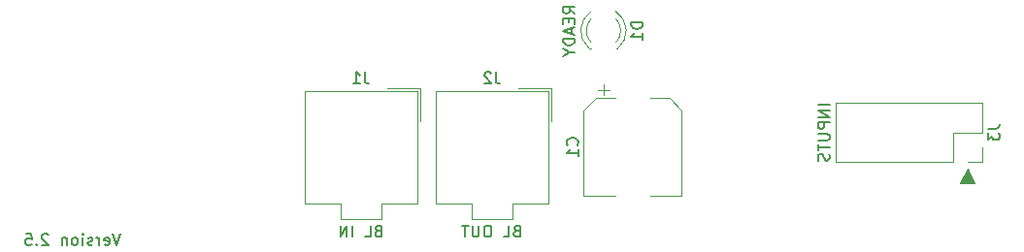
<source format=gbr>
G04 #@! TF.GenerationSoftware,KiCad,Pcbnew,(5.1.9)-1*
G04 #@! TF.CreationDate,2021-09-17T20:53:57-06:00*
G04 #@! TF.ProjectId,RWR_Control_Panel V2,5257525f-436f-46e7-9472-6f6c5f50616e,-*
G04 #@! TF.SameCoordinates,Original*
G04 #@! TF.FileFunction,Legend,Bot*
G04 #@! TF.FilePolarity,Positive*
%FSLAX46Y46*%
G04 Gerber Fmt 4.6, Leading zero omitted, Abs format (unit mm)*
G04 Created by KiCad (PCBNEW (5.1.9)-1) date 2021-09-17 20:53:57*
%MOMM*%
%LPD*%
G01*
G04 APERTURE LIST*
%ADD10C,0.100000*%
%ADD11C,0.150000*%
%ADD12C,0.120000*%
G04 APERTURE END LIST*
D10*
G36*
X211190608Y-117810561D02*
G01*
X209920608Y-117810561D01*
X210555608Y-116540561D01*
X211190608Y-117810561D01*
G37*
X211190608Y-117810561D02*
X209920608Y-117810561D01*
X210555608Y-116540561D01*
X211190608Y-117810561D01*
D11*
X136650156Y-122212315D02*
X136316822Y-123212315D01*
X135983489Y-122212315D01*
X135269203Y-123164696D02*
X135364441Y-123212315D01*
X135554918Y-123212315D01*
X135650156Y-123164696D01*
X135697775Y-123069458D01*
X135697775Y-122688506D01*
X135650156Y-122593268D01*
X135554918Y-122545649D01*
X135364441Y-122545649D01*
X135269203Y-122593268D01*
X135221584Y-122688506D01*
X135221584Y-122783744D01*
X135697775Y-122878982D01*
X134793013Y-123212315D02*
X134793013Y-122545649D01*
X134793013Y-122736125D02*
X134745394Y-122640887D01*
X134697775Y-122593268D01*
X134602537Y-122545649D01*
X134507299Y-122545649D01*
X134221584Y-123164696D02*
X134126346Y-123212315D01*
X133935870Y-123212315D01*
X133840632Y-123164696D01*
X133793013Y-123069458D01*
X133793013Y-123021839D01*
X133840632Y-122926601D01*
X133935870Y-122878982D01*
X134078727Y-122878982D01*
X134173965Y-122831363D01*
X134221584Y-122736125D01*
X134221584Y-122688506D01*
X134173965Y-122593268D01*
X134078727Y-122545649D01*
X133935870Y-122545649D01*
X133840632Y-122593268D01*
X133364441Y-123212315D02*
X133364441Y-122545649D01*
X133364441Y-122212315D02*
X133412060Y-122259935D01*
X133364441Y-122307554D01*
X133316822Y-122259935D01*
X133364441Y-122212315D01*
X133364441Y-122307554D01*
X132745394Y-123212315D02*
X132840632Y-123164696D01*
X132888251Y-123117077D01*
X132935870Y-123021839D01*
X132935870Y-122736125D01*
X132888251Y-122640887D01*
X132840632Y-122593268D01*
X132745394Y-122545649D01*
X132602537Y-122545649D01*
X132507299Y-122593268D01*
X132459680Y-122640887D01*
X132412060Y-122736125D01*
X132412060Y-123021839D01*
X132459680Y-123117077D01*
X132507299Y-123164696D01*
X132602537Y-123212315D01*
X132745394Y-123212315D01*
X131983489Y-122545649D02*
X131983489Y-123212315D01*
X131983489Y-122640887D02*
X131935870Y-122593268D01*
X131840632Y-122545649D01*
X131697775Y-122545649D01*
X131602537Y-122593268D01*
X131554918Y-122688506D01*
X131554918Y-123212315D01*
X130364441Y-122307554D02*
X130316822Y-122259935D01*
X130221584Y-122212315D01*
X129983489Y-122212315D01*
X129888251Y-122259935D01*
X129840632Y-122307554D01*
X129793013Y-122402792D01*
X129793013Y-122498030D01*
X129840632Y-122640887D01*
X130412060Y-123212315D01*
X129793013Y-123212315D01*
X129364441Y-123117077D02*
X129316822Y-123164696D01*
X129364441Y-123212315D01*
X129412060Y-123164696D01*
X129364441Y-123117077D01*
X129364441Y-123212315D01*
X128412060Y-122212315D02*
X128888251Y-122212315D01*
X128935870Y-122688506D01*
X128888251Y-122640887D01*
X128793013Y-122593268D01*
X128554918Y-122593268D01*
X128459680Y-122640887D01*
X128412060Y-122688506D01*
X128364441Y-122783744D01*
X128364441Y-123021839D01*
X128412060Y-123117077D01*
X128459680Y-123164696D01*
X128554918Y-123212315D01*
X128793013Y-123212315D01*
X128888251Y-123164696D01*
X128935870Y-123117077D01*
D12*
X199065608Y-115965561D02*
X199065608Y-110765561D01*
X209285608Y-115965561D02*
X199065608Y-115965561D01*
X211885608Y-110765561D02*
X199065608Y-110765561D01*
X209285608Y-115965561D02*
X209285608Y-113365561D01*
X209285608Y-113365561D02*
X211885608Y-113365561D01*
X211885608Y-113365561D02*
X211885608Y-110765561D01*
X210555608Y-115965561D02*
X211885608Y-115965561D01*
X211885608Y-115965561D02*
X211885608Y-114635561D01*
X169085608Y-109735561D02*
X173995608Y-109735561D01*
X173995608Y-109735561D02*
X173995608Y-119555561D01*
X173995608Y-119555561D02*
X170895608Y-119555561D01*
X170895608Y-119555561D02*
X170895608Y-120955561D01*
X170895608Y-120955561D02*
X169085608Y-120955561D01*
X169085608Y-109735561D02*
X164175608Y-109735561D01*
X164175608Y-109735561D02*
X164175608Y-119555561D01*
X164175608Y-119555561D02*
X167275608Y-119555561D01*
X167275608Y-119555561D02*
X167275608Y-120955561D01*
X167275608Y-120955561D02*
X169085608Y-120955561D01*
X171385608Y-109495561D02*
X174235608Y-109495561D01*
X174235608Y-109495561D02*
X174235608Y-112345561D01*
X157655608Y-109735561D02*
X162565608Y-109735561D01*
X162565608Y-109735561D02*
X162565608Y-119555561D01*
X162565608Y-119555561D02*
X159465608Y-119555561D01*
X159465608Y-119555561D02*
X159465608Y-120955561D01*
X159465608Y-120955561D02*
X157655608Y-120955561D01*
X157655608Y-109735561D02*
X152745608Y-109735561D01*
X152745608Y-109735561D02*
X152745608Y-119555561D01*
X152745608Y-119555561D02*
X155845608Y-119555561D01*
X155845608Y-119555561D02*
X155845608Y-120955561D01*
X155845608Y-120955561D02*
X157655608Y-120955561D01*
X159955608Y-109495561D02*
X162805608Y-109495561D01*
X162805608Y-109495561D02*
X162805608Y-112345561D01*
X177725771Y-103434431D02*
G75*
G03*
X177725608Y-105516522I1079837J-1041130D01*
G01*
X179885445Y-103434431D02*
G75*
G02*
X179885608Y-105516522I-1079837J-1041130D01*
G01*
X177727000Y-102803226D02*
G75*
G03*
X177570092Y-106035561I1078608J-1672335D01*
G01*
X179884216Y-102803226D02*
G75*
G02*
X180041124Y-106035561I-1078608J-1672335D01*
G01*
X180041608Y-106035561D02*
X179885608Y-106035561D01*
X177725608Y-106035561D02*
X177569608Y-106035561D01*
X185605608Y-118895561D02*
X182855608Y-118895561D01*
X177085608Y-118895561D02*
X179835608Y-118895561D01*
X177085608Y-111439998D02*
X177085608Y-118895561D01*
X185605608Y-111439998D02*
X185605608Y-118895561D01*
X184541171Y-110375561D02*
X182855608Y-110375561D01*
X178150045Y-110375561D02*
X179835608Y-110375561D01*
X178150045Y-110375561D02*
X177085608Y-111439998D01*
X184541171Y-110375561D02*
X185605608Y-111439998D01*
X178835608Y-109135561D02*
X178835608Y-110135561D01*
X178335608Y-109635561D02*
X179335608Y-109635561D01*
D11*
X212337988Y-113032227D02*
X213052274Y-113032227D01*
X213195131Y-112984608D01*
X213290369Y-112889370D01*
X213337988Y-112746513D01*
X213337988Y-112651275D01*
X212337988Y-113413180D02*
X212337988Y-114032227D01*
X212718941Y-113698894D01*
X212718941Y-113841751D01*
X212766560Y-113936989D01*
X212814179Y-113984608D01*
X212909417Y-114032227D01*
X213147512Y-114032227D01*
X213242750Y-113984608D01*
X213290369Y-113936989D01*
X213337988Y-113841751D01*
X213337988Y-113556037D01*
X213290369Y-113460799D01*
X213242750Y-113413180D01*
X198517988Y-110960799D02*
X197517988Y-110960799D01*
X198517988Y-111436989D02*
X197517988Y-111436989D01*
X198517988Y-112008418D01*
X197517988Y-112008418D01*
X198517988Y-112484608D02*
X197517988Y-112484608D01*
X197517988Y-112865561D01*
X197565608Y-112960799D01*
X197613227Y-113008418D01*
X197708465Y-113056037D01*
X197851322Y-113056037D01*
X197946560Y-113008418D01*
X197994179Y-112960799D01*
X198041798Y-112865561D01*
X198041798Y-112484608D01*
X197517988Y-113484608D02*
X198327512Y-113484608D01*
X198422750Y-113532227D01*
X198470369Y-113579846D01*
X198517988Y-113675084D01*
X198517988Y-113865561D01*
X198470369Y-113960799D01*
X198422750Y-114008418D01*
X198327512Y-114056037D01*
X197517988Y-114056037D01*
X197517988Y-114389370D02*
X197517988Y-114960799D01*
X198517988Y-114675084D02*
X197517988Y-114675084D01*
X198470369Y-115246513D02*
X198517988Y-115389370D01*
X198517988Y-115627465D01*
X198470369Y-115722703D01*
X198422750Y-115770322D01*
X198327512Y-115817941D01*
X198232274Y-115817941D01*
X198137036Y-115770322D01*
X198089417Y-115722703D01*
X198041798Y-115627465D01*
X197994179Y-115436989D01*
X197946560Y-115341751D01*
X197898941Y-115294132D01*
X197803703Y-115246513D01*
X197708465Y-115246513D01*
X197613227Y-115294132D01*
X197565608Y-115341751D01*
X197517988Y-115436989D01*
X197517988Y-115675084D01*
X197565608Y-115817941D01*
X169418941Y-108097941D02*
X169418941Y-108812227D01*
X169466560Y-108955084D01*
X169561798Y-109050322D01*
X169704655Y-109097941D01*
X169799893Y-109097941D01*
X168990369Y-108193180D02*
X168942750Y-108145561D01*
X168847512Y-108097941D01*
X168609417Y-108097941D01*
X168514179Y-108145561D01*
X168466560Y-108193180D01*
X168418941Y-108288418D01*
X168418941Y-108383656D01*
X168466560Y-108526513D01*
X169037988Y-109097941D01*
X168418941Y-109097941D01*
X171228465Y-121974132D02*
X171085608Y-122021751D01*
X171037988Y-122069370D01*
X170990369Y-122164608D01*
X170990369Y-122307465D01*
X171037988Y-122402703D01*
X171085608Y-122450322D01*
X171180846Y-122497941D01*
X171561798Y-122497941D01*
X171561798Y-121497941D01*
X171228465Y-121497941D01*
X171133227Y-121545561D01*
X171085608Y-121593180D01*
X171037988Y-121688418D01*
X171037988Y-121783656D01*
X171085608Y-121878894D01*
X171133227Y-121926513D01*
X171228465Y-121974132D01*
X171561798Y-121974132D01*
X170085608Y-122497941D02*
X170561798Y-122497941D01*
X170561798Y-121497941D01*
X168799893Y-121497941D02*
X168609417Y-121497941D01*
X168514179Y-121545561D01*
X168418941Y-121640799D01*
X168371322Y-121831275D01*
X168371322Y-122164608D01*
X168418941Y-122355084D01*
X168514179Y-122450322D01*
X168609417Y-122497941D01*
X168799893Y-122497941D01*
X168895131Y-122450322D01*
X168990369Y-122355084D01*
X169037988Y-122164608D01*
X169037988Y-121831275D01*
X168990369Y-121640799D01*
X168895131Y-121545561D01*
X168799893Y-121497941D01*
X167942750Y-121497941D02*
X167942750Y-122307465D01*
X167895131Y-122402703D01*
X167847512Y-122450322D01*
X167752274Y-122497941D01*
X167561798Y-122497941D01*
X167466560Y-122450322D01*
X167418941Y-122402703D01*
X167371322Y-122307465D01*
X167371322Y-121497941D01*
X167037988Y-121497941D02*
X166466560Y-121497941D01*
X166752274Y-122497941D02*
X166752274Y-121497941D01*
X157988941Y-108097941D02*
X157988941Y-108812227D01*
X158036560Y-108955084D01*
X158131798Y-109050322D01*
X158274655Y-109097941D01*
X158369893Y-109097941D01*
X156988941Y-109097941D02*
X157560369Y-109097941D01*
X157274655Y-109097941D02*
X157274655Y-108097941D01*
X157369893Y-108240799D01*
X157465131Y-108336037D01*
X157560369Y-108383656D01*
X159131798Y-121974132D02*
X158988941Y-122021751D01*
X158941322Y-122069370D01*
X158893703Y-122164608D01*
X158893703Y-122307465D01*
X158941322Y-122402703D01*
X158988941Y-122450322D01*
X159084179Y-122497941D01*
X159465131Y-122497941D01*
X159465131Y-121497941D01*
X159131798Y-121497941D01*
X159036560Y-121545561D01*
X158988941Y-121593180D01*
X158941322Y-121688418D01*
X158941322Y-121783656D01*
X158988941Y-121878894D01*
X159036560Y-121926513D01*
X159131798Y-121974132D01*
X159465131Y-121974132D01*
X157988941Y-122497941D02*
X158465131Y-122497941D01*
X158465131Y-121497941D01*
X156893703Y-122497941D02*
X156893703Y-121497941D01*
X156417512Y-122497941D02*
X156417512Y-121497941D01*
X155846084Y-122497941D01*
X155846084Y-121497941D01*
X182217988Y-103737465D02*
X181217988Y-103737465D01*
X181217988Y-103975561D01*
X181265608Y-104118418D01*
X181360846Y-104213656D01*
X181456084Y-104261275D01*
X181646560Y-104308894D01*
X181789417Y-104308894D01*
X181979893Y-104261275D01*
X182075131Y-104213656D01*
X182170369Y-104118418D01*
X182217988Y-103975561D01*
X182217988Y-103737465D01*
X182217988Y-105261275D02*
X182217988Y-104689846D01*
X182217988Y-104975561D02*
X181217988Y-104975561D01*
X181360846Y-104880322D01*
X181456084Y-104785084D01*
X181503703Y-104689846D01*
X176297988Y-102975561D02*
X175821798Y-102642227D01*
X176297988Y-102404132D02*
X175297988Y-102404132D01*
X175297988Y-102785084D01*
X175345608Y-102880322D01*
X175393227Y-102927941D01*
X175488465Y-102975561D01*
X175631322Y-102975561D01*
X175726560Y-102927941D01*
X175774179Y-102880322D01*
X175821798Y-102785084D01*
X175821798Y-102404132D01*
X175774179Y-103404132D02*
X175774179Y-103737465D01*
X176297988Y-103880322D02*
X176297988Y-103404132D01*
X175297988Y-103404132D01*
X175297988Y-103880322D01*
X176012274Y-104261275D02*
X176012274Y-104737465D01*
X176297988Y-104166037D02*
X175297988Y-104499370D01*
X176297988Y-104832703D01*
X176297988Y-105166037D02*
X175297988Y-105166037D01*
X175297988Y-105404132D01*
X175345608Y-105546989D01*
X175440846Y-105642227D01*
X175536084Y-105689846D01*
X175726560Y-105737465D01*
X175869417Y-105737465D01*
X176059893Y-105689846D01*
X176155131Y-105642227D01*
X176250369Y-105546989D01*
X176297988Y-105404132D01*
X176297988Y-105166037D01*
X175821798Y-106356513D02*
X176297988Y-106356513D01*
X175297988Y-106023180D02*
X175821798Y-106356513D01*
X175297988Y-106689846D01*
X176502750Y-114468894D02*
X176550369Y-114421275D01*
X176597988Y-114278418D01*
X176597988Y-114183180D01*
X176550369Y-114040322D01*
X176455131Y-113945084D01*
X176359893Y-113897465D01*
X176169417Y-113849846D01*
X176026560Y-113849846D01*
X175836084Y-113897465D01*
X175740846Y-113945084D01*
X175645608Y-114040322D01*
X175597988Y-114183180D01*
X175597988Y-114278418D01*
X175645608Y-114421275D01*
X175693227Y-114468894D01*
X176597988Y-115421275D02*
X176597988Y-114849846D01*
X176597988Y-115135561D02*
X175597988Y-115135561D01*
X175740846Y-115040322D01*
X175836084Y-114945084D01*
X175883703Y-114849846D01*
M02*

</source>
